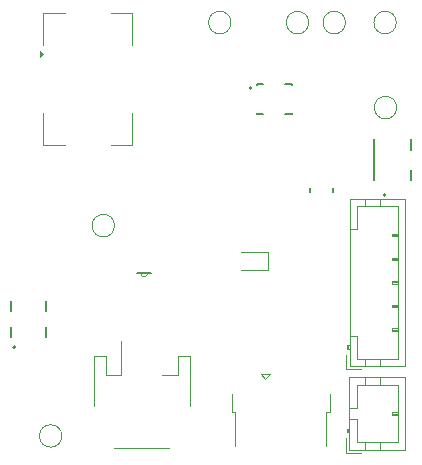
<source format=gbr>
%TF.GenerationSoftware,KiCad,Pcbnew,8.0.4*%
%TF.CreationDate,2025-10-30T08:56:40-04:00*%
%TF.ProjectId,Official Schematic,4f666669-6369-4616-9c20-536368656d61,rev?*%
%TF.SameCoordinates,Original*%
%TF.FileFunction,Legend,Top*%
%TF.FilePolarity,Positive*%
%FSLAX46Y46*%
G04 Gerber Fmt 4.6, Leading zero omitted, Abs format (unit mm)*
G04 Created by KiCad (PCBNEW 8.0.4) date 2025-10-30 08:56:40*
%MOMM*%
%LPD*%
G01*
G04 APERTURE LIST*
%ADD10C,0.120000*%
%ADD11C,0.127000*%
%ADD12C,0.200000*%
%ADD13C,0.152400*%
%ADD14C,0.100000*%
%ADD15C,0.150000*%
G04 APERTURE END LIST*
D10*
%TO.C,MISO1*%
X145450000Y-80800000D02*
G75*
G02*
X143550000Y-80800000I-950000J0D01*
G01*
X143550000Y-80800000D02*
G75*
G02*
X145450000Y-80800000I950000J0D01*
G01*
%TO.C,J1*%
X133833770Y-109032500D02*
X134853770Y-109032500D01*
X133833770Y-113282500D02*
X133833770Y-109032500D01*
X134853770Y-109032500D02*
X134853770Y-110632500D01*
X134853770Y-110632500D02*
X136133770Y-110632500D01*
X135553770Y-116852500D02*
X140233770Y-116852500D01*
X136133770Y-110632500D02*
X136133770Y-107742500D01*
X140933770Y-109032500D02*
X140933770Y-110632500D01*
X140933770Y-110632500D02*
X139653770Y-110632500D01*
X141953770Y-109032500D02*
X140933770Y-109032500D01*
X141953770Y-113282500D02*
X141953770Y-109032500D01*
%TO.C,GND1*%
X131136270Y-115800000D02*
G75*
G02*
X129236270Y-115800000I-950000J0D01*
G01*
X129236270Y-115800000D02*
G75*
G02*
X131136270Y-115800000I950000J0D01*
G01*
%TO.C,MOSI1*%
X152036270Y-80800000D02*
G75*
G02*
X150136270Y-80800000I-950000J0D01*
G01*
X150136270Y-80800000D02*
G75*
G02*
X152036270Y-80800000I950000J0D01*
G01*
%TO.C,TP1*%
X135593770Y-97992500D02*
G75*
G02*
X133693770Y-97992500I-950000J0D01*
G01*
X133693770Y-97992500D02*
G75*
G02*
X135593770Y-97992500I950000J0D01*
G01*
%TO.C,J4*%
X155190000Y-108910000D02*
X155190000Y-110160000D01*
X155190000Y-110160000D02*
X156440000Y-110160000D01*
X155290000Y-108100000D02*
X155290000Y-108400000D01*
X155290000Y-108400000D02*
X155490000Y-108400000D01*
X155390000Y-108100000D02*
X155390000Y-108400000D01*
X155490000Y-95740000D02*
X155490000Y-109860000D01*
X155490000Y-107300000D02*
X156100000Y-107300000D01*
X155490000Y-108100000D02*
X155290000Y-108100000D01*
X155490000Y-109860000D02*
X160210000Y-109860000D01*
X156100000Y-96350000D02*
X156100000Y-98300000D01*
X156100000Y-98300000D02*
X155490000Y-98300000D01*
X156100000Y-107300000D02*
X156100000Y-109250000D01*
X156100000Y-109250000D02*
X159600000Y-109250000D01*
X156800000Y-95740000D02*
X156800000Y-96350000D01*
X156800000Y-109860000D02*
X156800000Y-109250000D01*
X158100000Y-95740000D02*
X158100000Y-96350000D01*
X158100000Y-109860000D02*
X158100000Y-109250000D01*
X159100000Y-98700000D02*
X159600000Y-98700000D01*
X159100000Y-98900000D02*
X159100000Y-98700000D01*
X159100000Y-100700000D02*
X159600000Y-100700000D01*
X159100000Y-100900000D02*
X159100000Y-100700000D01*
X159100000Y-102700000D02*
X159600000Y-102700000D01*
X159100000Y-102900000D02*
X159100000Y-102700000D01*
X159100000Y-104700000D02*
X159600000Y-104700000D01*
X159100000Y-104900000D02*
X159100000Y-104700000D01*
X159100000Y-106700000D02*
X159600000Y-106700000D01*
X159100000Y-106900000D02*
X159100000Y-106700000D01*
X159600000Y-96350000D02*
X156100000Y-96350000D01*
X159600000Y-98800000D02*
X159100000Y-98800000D01*
X159600000Y-98900000D02*
X159100000Y-98900000D01*
X159600000Y-100800000D02*
X159100000Y-100800000D01*
X159600000Y-100900000D02*
X159100000Y-100900000D01*
X159600000Y-102800000D02*
X159100000Y-102800000D01*
X159600000Y-102900000D02*
X159100000Y-102900000D01*
X159600000Y-104800000D02*
X159100000Y-104800000D01*
X159600000Y-104900000D02*
X159100000Y-104900000D01*
X159600000Y-106800000D02*
X159100000Y-106800000D01*
X159600000Y-106900000D02*
X159100000Y-106900000D01*
X159600000Y-109250000D02*
X159600000Y-96350000D01*
X160210000Y-95740000D02*
X155490000Y-95740000D01*
X160210000Y-109860000D02*
X160210000Y-95740000D01*
D11*
%TO.C,S1*%
X157597770Y-94150000D02*
X157597770Y-90650000D01*
X160724770Y-90650000D02*
X160724770Y-91550000D01*
X160724770Y-93250000D02*
X160724770Y-94150000D01*
D12*
X158536270Y-95400000D02*
G75*
G02*
X158336270Y-95400000I-100000J0D01*
G01*
X158336270Y-95400000D02*
G75*
G02*
X158536270Y-95400000I100000J0D01*
G01*
D11*
%TO.C,U1*%
X126812005Y-105205000D02*
X126812005Y-104400000D01*
X126812005Y-107400000D02*
X126812005Y-106595000D01*
X129812005Y-105205000D02*
X129812005Y-104400000D01*
X129812005Y-107400000D02*
X129812005Y-106595000D01*
D12*
X127212005Y-108295000D02*
G75*
G02*
X127012005Y-108295000I-100000J0D01*
G01*
X127012005Y-108295000D02*
G75*
G02*
X127212005Y-108295000I100000J0D01*
G01*
D10*
%TO.C,J3*%
X155176270Y-116010000D02*
X155176270Y-117260000D01*
X155176270Y-117260000D02*
X156426270Y-117260000D01*
X155276270Y-115200000D02*
X155276270Y-115500000D01*
X155276270Y-115500000D02*
X155476270Y-115500000D01*
X155376270Y-115200000D02*
X155376270Y-115500000D01*
X155476270Y-110840000D02*
X155476270Y-116960000D01*
X155476270Y-114400000D02*
X156086270Y-114400000D01*
X155476270Y-115200000D02*
X155276270Y-115200000D01*
X155476270Y-116960000D02*
X160196270Y-116960000D01*
X156086270Y-111450000D02*
X156086270Y-113400000D01*
X156086270Y-113400000D02*
X155476270Y-113400000D01*
X156086270Y-114400000D02*
X156086270Y-116350000D01*
X156086270Y-116350000D02*
X159586270Y-116350000D01*
X156786270Y-110840000D02*
X156786270Y-111450000D01*
X156786270Y-116960000D02*
X156786270Y-116350000D01*
X158086270Y-110840000D02*
X158086270Y-111450000D01*
X158086270Y-116960000D02*
X158086270Y-116350000D01*
X159086270Y-113800000D02*
X159586270Y-113800000D01*
X159086270Y-114000000D02*
X159086270Y-113800000D01*
X159586270Y-111450000D02*
X156086270Y-111450000D01*
X159586270Y-113900000D02*
X159086270Y-113900000D01*
X159586270Y-114000000D02*
X159086270Y-114000000D01*
X159586270Y-116350000D02*
X159586270Y-111450000D01*
X160196270Y-110840000D02*
X155476270Y-110840000D01*
X160196270Y-116960000D02*
X160196270Y-110840000D01*
D13*
%TO.C,U2*%
X137793570Y-102003300D02*
X137488770Y-102003300D01*
X138403170Y-102003300D02*
X137793570Y-102003300D01*
X138707970Y-102003300D02*
X138403170Y-102003300D01*
D14*
X138403170Y-102003300D02*
G75*
G02*
X137793570Y-102003300I-304800J0D01*
G01*
D10*
%TO.C,U4*%
X129566270Y-79950000D02*
X129566270Y-82705000D01*
X129566270Y-91195000D02*
X129566270Y-88445000D01*
X131366270Y-79950000D02*
X129566270Y-79950000D01*
X131391270Y-91195000D02*
X129566270Y-91195000D01*
X135281270Y-79955000D02*
X137106270Y-79955000D01*
X135281270Y-91195000D02*
X137106270Y-91195000D01*
X137106270Y-79955000D02*
X137106270Y-82705000D01*
X137106270Y-91195000D02*
X137106270Y-88445000D01*
X129576270Y-83475000D02*
X129246270Y-83715000D01*
X129246270Y-83235000D01*
X129576270Y-83475000D01*
G36*
X129576270Y-83475000D02*
G01*
X129246270Y-83715000D01*
X129246270Y-83235000D01*
X129576270Y-83475000D01*
G37*
D13*
%TO.C,D2*%
X152158409Y-94821234D02*
X152158409Y-95165968D01*
X154114209Y-95165968D02*
X154114209Y-94821234D01*
D10*
%TO.C,SCX1*%
X155150000Y-80800000D02*
G75*
G02*
X153250000Y-80800000I-950000J0D01*
G01*
X153250000Y-80800000D02*
G75*
G02*
X155150000Y-80800000I950000J0D01*
G01*
%TO.C,3.3V1*%
X159486270Y-88000000D02*
G75*
G02*
X157586270Y-88000000I-950000J0D01*
G01*
X157586270Y-88000000D02*
G75*
G02*
X159486270Y-88000000I950000J0D01*
G01*
%TO.C,J5*%
X145513770Y-113812500D02*
X145513770Y-112262500D01*
X145513770Y-113812500D02*
X145813770Y-113812500D01*
X145813770Y-116612500D02*
X145813770Y-113812500D01*
X147963770Y-110562500D02*
X148763770Y-110562500D01*
X148363770Y-111012500D02*
X147963770Y-110562500D01*
X148763770Y-110562500D02*
X148363770Y-111012500D01*
X153513770Y-113812500D02*
X153813770Y-113812500D01*
X153513770Y-116612500D02*
X153513770Y-113812500D01*
X153813770Y-113812500D02*
X153813770Y-112262500D01*
%TO.C,D1*%
X146287500Y-101727500D02*
X148572500Y-101727500D01*
X148572500Y-100257500D02*
X146287500Y-100257500D01*
X148572500Y-101727500D02*
X148572500Y-100257500D01*
D11*
%TO.C,U3*%
X147623770Y-86000000D02*
X147623770Y-86055000D01*
X147623770Y-86000000D02*
X148178770Y-86000000D01*
X147623770Y-88445000D02*
X147623770Y-88500000D01*
X147623770Y-88500000D02*
X148178770Y-88500000D01*
X150068770Y-86000000D02*
X150623770Y-86000000D01*
X150068770Y-88500000D02*
X150623770Y-88500000D01*
X150623770Y-86000000D02*
X150623770Y-86055000D01*
X150623770Y-88445000D02*
X150623770Y-88500000D01*
D15*
X147198770Y-86350000D02*
G75*
G02*
X147048770Y-86350000I-75000J0D01*
G01*
X147048770Y-86350000D02*
G75*
G02*
X147198770Y-86350000I75000J0D01*
G01*
D10*
%TO.C,CSB1*%
X159450000Y-80800000D02*
G75*
G02*
X157550000Y-80800000I-950000J0D01*
G01*
X157550000Y-80800000D02*
G75*
G02*
X159450000Y-80800000I950000J0D01*
G01*
%TD*%
M02*

</source>
